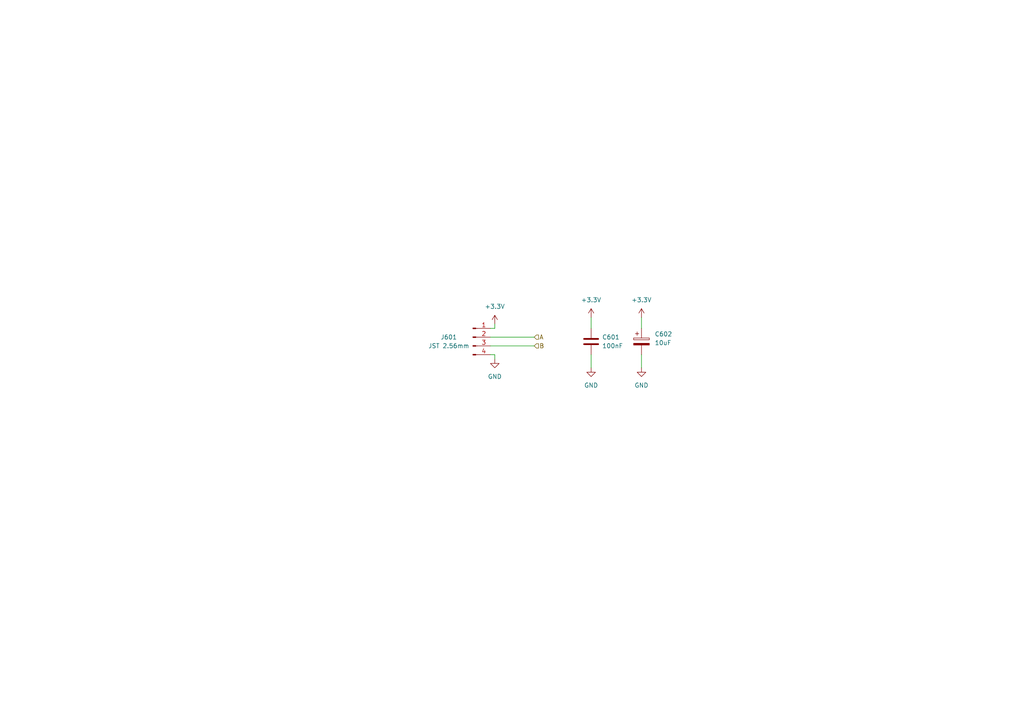
<source format=kicad_sch>
(kicad_sch (version 20230121) (generator eeschema)
  (paper "A4")
  (title_block (title "Ultrasonic sensor connector") (date "2023-02-20") (company "Szymon Przybył"))
  (lib_symbols
    (symbol "Connector:Conn_01x04_Male" (pin_names (offset 1.016) hide)
      (property "Reference" "J" (at 0 5.08 0))
      (property "Value" "Conn_01x04_Male" (at 0 -7.62 0))
      (symbol "Conn_01x04_Male_1_1"
        (polyline (pts (xy 1.27 -5.08) (xy 0.8636 -5.08)) (stroke (width 0.1524)))
        (polyline (pts (xy 1.27 -2.54) (xy 0.8636 -2.54)) (stroke (width 0.1524)))
        (polyline (pts (xy 1.27 0) (xy 0.8636 0)) (stroke (width 0.1524)))
        (polyline (pts (xy 1.27 2.54) (xy 0.8636 2.54)) (stroke (width 0.1524)))
        (rectangle (start 0.8636 -4.953) (end 0 -5.207) (stroke (width 0.1524)) (fill (type outline)))
        (rectangle (start 0.8636 -2.413) (end 0 -2.667) (stroke (width 0.1524)) (fill (type outline)))
        (rectangle (start 0.8636 0.127) (end 0 -0.127) (stroke (width 0.1524)) (fill (type outline)))
        (rectangle (start 0.8636 2.667) (end 0 2.413) (stroke (width 0.1524)) (fill (type outline)))
        (pin passive line (at 5.08 2.54 180) (length 3.81) (name "Pin_1") (number "1"))
        (pin passive line (at 5.08 0 180) (length 3.81) (name "Pin_2") (number "2"))
        (pin passive line (at 5.08 -2.54 180) (length 3.81) (name "Pin_3") (number "3"))
        (pin passive line (at 5.08 -5.08 180) (length 3.81) (name "Pin_4") (number "4"))
      )
    )
    (symbol "Device:C" (pin_numbers hide) (pin_names (offset 0.254))
      (property "Reference" "C" (at 0.635 2.54 0))
      (property "Value" "C" (at 0.635 -2.54 0))
      (symbol "C_0_1"
        (polyline (pts (xy -2.032 -0.762) (xy 2.032 -0.762)) (stroke (width 0.508)))
        (polyline (pts (xy -2.032 0.762) (xy 2.032 0.762)) (stroke (width 0.508)))
      )
      (symbol "C_1_1"
        (pin passive line (at 0 3.81 270) (length 2.794) (name "~") (number "1"))
        (pin passive line (at 0 -3.81 90) (length 2.794) (name "~") (number "2"))
      )
    )
    (symbol "Device:C_Polarized" (pin_numbers hide) (pin_names (offset 0.254))
      (property "Reference" "C" (at 0.635 2.54 0))
      (property "Value" "C_Polarized" (at 0.635 -2.54 0))
      (symbol "C_Polarized_0_1"
        (rectangle (start -2.286 0.508) (end 2.286 1.016))
        (polyline (pts (xy -1.778 2.286) (xy -0.762 2.286)))
        (polyline (pts (xy -1.27 2.794) (xy -1.27 1.778)))
        (rectangle (start 2.286 -0.508) (end -2.286 -1.016) (fill (type outline)))
      )
      (symbol "C_Polarized_1_1"
        (pin passive line (at 0 3.81 270) (length 2.794) (name "~") (number "1"))
        (pin passive line (at 0 -3.81 90) (length 2.794) (name "~") (number "2"))
      )
    )
    (symbol "power:+3.3V" (power) (pin_names (offset 0))
      (property "Value" "+3.3V" (at 0 3.556 0))
      (symbol "+3.3V_0_1"
        (polyline (pts (xy -0.762 1.27) (xy 0 2.54)))
        (polyline (pts (xy 0 0) (xy 0 2.54)))
        (polyline (pts (xy 0 2.54) (xy 0.762 1.27)))
      )
      (symbol "+3.3V_1_1"
        (pin power_in line (at 0 0 90) (length 0) hide (name "+3.3V") (number "1"))
      )
    )
    (symbol "power:GND" (power) (pin_names (offset 0))
      (property "Value" "GND" (at 0 -3.81 0))
      (symbol "GND_0_1"
        (polyline (pts (xy 0 0) (xy 0 -1.27) (xy 1.27 -1.27) (xy 0 -2.54) (xy -1.27 -1.27) (xy 0 -1.27)))
      )
      (symbol "GND_1_1"
        (pin power_in line (at 0 0 270) (length 0) hide (name "GND") (number "1"))
      )
    )
  )
  (wire (pts (xy 143.51 102.87) (xy 143.51 104.14)))
  (wire (pts (xy 143.51 95.25) (xy 143.51 93.98)))
  (wire (pts (xy 186.055 102.87) (xy 186.055 106.68)))
  (wire (pts (xy 142.24 95.25) (xy 143.51 95.25)))
  (wire (pts (xy 142.24 100.33) (xy 154.94 100.33)))
  (wire (pts (xy 142.24 97.79) (xy 154.94 97.79)))
  (wire (pts (xy 142.24 102.87) (xy 143.51 102.87)))
  (wire (pts (xy 186.055 92.075) (xy 186.055 95.25)))
  (wire (pts (xy 171.45 92.075) (xy 171.45 95.25)))
  (wire (pts (xy 171.45 102.87) (xy 171.45 106.68)))
  (hierarchical_label "B" (shape input) (at 154.94 100.33 0))
  (hierarchical_label "A" (shape input) (at 154.94 97.79 0))
  (symbol (lib_id "power:+3.3V") (at 171.45 92.075 0) (mirror y) (unit 1)
    (property "Reference" "#PWR0603" (effects hide))
    (property "Value" "+3.3V" (at 171.45 86.995 0))
    (instances (project "AutkoPcb" (path "" (reference "#PWR0603") (unit 1)) (path "" (reference "#PWR0703") (unit 1)) (path "" (reference "#PWR0803") (unit 1))))
  )
  (symbol (lib_id "power:+3.3V") (at 186.055 92.075 0) (mirror y) (unit 1)
    (property "Reference" "#PWR0605" (effects hide))
    (property "Value" "+3.3V" (at 186.055 86.995 0))
    (instances (project "AutkoPcb" (path "" (reference "#PWR0605") (unit 1)) (path "" (reference "#PWR0705") (unit 1)) (path "" (reference "#PWR0805") (unit 1))))
  )
  (symbol (lib_id "power:GND") (at 186.055 106.68 0) (mirror y) (unit 1)
    (property "Reference" "#PWR0606" (effects hide))
    (property "Value" "GND" (at 186.055 111.76 0))
    (instances (project "AutkoPcb" (path "" (reference "#PWR0606") (unit 1)) (path "" (reference "#PWR0706") (unit 1)) (path "" (reference "#PWR0806") (unit 1))))
  )
  (symbol (lib_id "Device:C_Polarized") (at 186.055 99.06 0) (unit 1)
    (property "Reference" "C602" (at 189.865 96.9009 0) (effects (justify left)))
    (property "Value" "10uF" (at 189.865 99.4409 0) (effects (justify left)))
    (property "Footprint" "Capacitor_THT:CP_Radial_D5.0mm_P2.00mm" (effects hide))
    (instances (project "AutkoPcb" (path "" (reference "C602") (unit 1)) (path "" (reference "C702") (unit 1)) (path "" (reference "C802") (unit 1))))
  )
  (symbol (lib_id "Connector:Conn_01x04_Male") (at 137.16 97.79 0) (unit 1)
    (property "Reference" "J601" (at 130.175 97.79 0))
    (property "Value" "JST 2.56mm" (at 130.175 100.33 0))
    (property "Footprint" "Connector_JST:JST_XH_B4B-XH-A_1x04_P2.50mm_Vertical" (effects hide))
    (instances (project "AutkoPcb" (path "" (reference "J601") (unit 1)) (path "" (reference "J701") (unit 1)) (path "" (reference "J801") (unit 1))))
  )
  (symbol (lib_id "Device:C") (at 171.45 99.06 0) (unit 1)
    (property "Reference" "C601" (at 174.625 97.7899 0) (effects (justify left)))
    (property "Value" "100nF" (at 174.625 100.3299 0) (effects (justify left)))
    (property "Footprint" "Capacitor_THT:C_Disc_D3.0mm_W1.6mm_P2.50mm" (effects hide))
    (instances (project "AutkoPcb" (path "" (reference "C601") (unit 1)) (path "" (reference "C701") (unit 1)) (path "" (reference "C801") (unit 1))))
  )
  (symbol (lib_id "power:+3.3V") (at 143.51 93.98 0) (mirror y) (unit 1)
    (property "Reference" "#PWR0601" (effects hide))
    (property "Value" "+3.3V" (at 143.51 88.9 0))
    (instances (project "AutkoPcb" (path "" (reference "#PWR0601") (unit 1)) (path "" (reference "#PWR0701") (unit 1)) (path "" (reference "#PWR0801") (unit 1))))
  )
  (symbol (lib_id "power:GND") (at 171.45 106.68 0) (mirror y) (unit 1)
    (property "Reference" "#PWR0604" (effects hide))
    (property "Value" "GND" (at 171.45 111.76 0))
    (instances (project "AutkoPcb" (path "" (reference "#PWR0604") (unit 1)) (path "" (reference "#PWR0704") (unit 1)) (path "" (reference "#PWR0804") (unit 1))))
  )
  (symbol (lib_id "power:GND") (at 143.51 104.14 0) (mirror y) (unit 1)
    (property "Reference" "#PWR0602" (effects hide))
    (property "Value" "GND" (at 143.51 109.22 0))
    (instances (project "AutkoPcb" (path "" (reference "#PWR0602") (unit 1)) (path "" (reference "#PWR0702") (unit 1)) (path "" (reference "#PWR0802") (unit 1))))
  )
)
</source>
